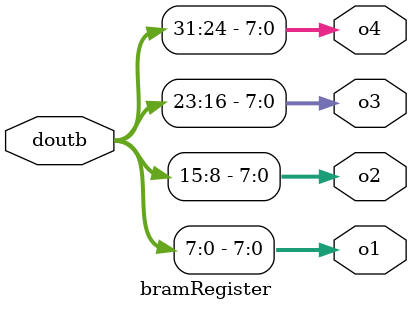
<source format=v>
`timescale 1ns / 1ps
module bramRegister(
input [31:0] doutb,
output reg [7:0] o1,o2,o3,o4
    );
always@(*)
begin
o1=doutb[7:0];
o2=doutb[15:8];
o3=doutb[23:16];
o4=doutb[31:24];
end

endmodule

</source>
